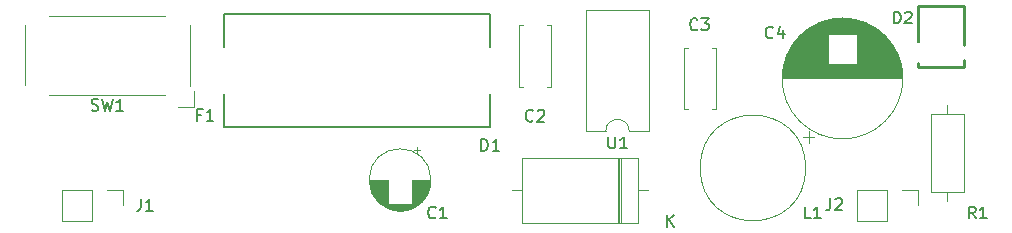
<source format=gto>
G04 #@! TF.GenerationSoftware,KiCad,Pcbnew,(5.1.5)-2*
G04 #@! TF.CreationDate,2020-02-21T18:19:01+01:00*
G04 #@! TF.ProjectId,DC,44432e6b-6963-4616-945f-706362585858,V1.0*
G04 #@! TF.SameCoordinates,PXe4e1c0PY2160ec0*
G04 #@! TF.FileFunction,Legend,Top*
G04 #@! TF.FilePolarity,Positive*
%FSLAX46Y46*%
G04 Gerber Fmt 4.6, Leading zero omitted, Abs format (unit mm)*
G04 Created by KiCad (PCBNEW (5.1.5)-2) date 2020-02-21 18:19:01*
%MOMM*%
%LPD*%
G04 APERTURE LIST*
%ADD10C,0.250000*%
%ADD11C,0.120000*%
%ADD12C,0.150000*%
%ADD13C,6.502000*%
%ADD14C,1.602000*%
%ADD15R,1.602000X1.602000*%
%ADD16O,1.702000X1.702000*%
%ADD17R,1.702000X1.702000*%
%ADD18C,1.802000*%
%ADD19C,2.102000*%
%ADD20C,1.702000*%
%ADD21C,2.702000*%
%ADD22O,1.802000X1.802000*%
%ADD23R,1.802000X1.802000*%
%ADD24C,2.802000*%
%ADD25C,3.102000*%
%ADD26O,3.302000X3.302000*%
%ADD27R,3.302000X3.302000*%
%ADD28R,2.102000X2.102000*%
G04 APERTURE END LIST*
D10*
X85983500Y14369500D02*
X85983500Y14669500D01*
X89883500Y14369500D02*
X89883500Y14969500D01*
X85983500Y16469500D02*
X85983500Y19469500D01*
X89883500Y19469500D02*
X89883500Y16169500D01*
X85983500Y14369500D02*
X89883500Y14369500D01*
X85983500Y19469500D02*
X89883500Y19469500D01*
D11*
X57915000Y8905000D02*
X59565000Y8905000D01*
X57915000Y19185000D02*
X57915000Y8905000D01*
X63215000Y19185000D02*
X57915000Y19185000D01*
X63215000Y8905000D02*
X63215000Y19185000D01*
X61565000Y8905000D02*
X63215000Y8905000D01*
X59565000Y8905000D02*
G75*
G02X61565000Y8905000I1000000J0D01*
G01*
X10385000Y12695000D02*
X10385000Y17895000D01*
X24385000Y17895000D02*
X24385000Y12695000D01*
X22335000Y11945000D02*
X12435000Y11945000D01*
X12435000Y18645000D02*
X22335000Y18645000D01*
X24685000Y12295000D02*
X24685000Y10995000D01*
X24685000Y10995000D02*
X23385000Y10995000D01*
X88505000Y11100000D02*
X88505000Y10330000D01*
X88505000Y3020000D02*
X88505000Y3790000D01*
X87135000Y10330000D02*
X87135000Y3790000D01*
X89875000Y10330000D02*
X87135000Y10330000D01*
X89875000Y3790000D02*
X89875000Y10330000D01*
X87135000Y3790000D02*
X89875000Y3790000D01*
X76505000Y5790000D02*
G75*
G03X76505000Y5790000I-4470000J0D01*
G01*
X86025000Y3945000D02*
X86025000Y2615000D01*
X84695000Y3945000D02*
X86025000Y3945000D01*
X83425000Y3945000D02*
X83425000Y1285000D01*
X83425000Y1285000D02*
X80825000Y1285000D01*
X83425000Y3945000D02*
X80825000Y3945000D01*
X80825000Y3945000D02*
X80825000Y1285000D01*
X18715000Y3945000D02*
X18715000Y2615000D01*
X17385000Y3945000D02*
X18715000Y3945000D01*
X16115000Y3945000D02*
X16115000Y1285000D01*
X16115000Y1285000D02*
X13515000Y1285000D01*
X16115000Y3945000D02*
X13515000Y3945000D01*
X13515000Y3945000D02*
X13515000Y1285000D01*
D12*
X49770000Y18845000D02*
X49770000Y16045000D01*
X49770000Y18845000D02*
X27270000Y18845000D01*
X49770000Y9245000D02*
X27270000Y9245000D01*
X49770000Y12045000D02*
X49770000Y9245000D01*
X27270000Y12045000D02*
X27270000Y9245000D01*
X27270000Y18845000D02*
X27270000Y16045000D01*
D11*
X60835000Y1165000D02*
X60835000Y6605000D01*
X60595000Y1165000D02*
X60595000Y6605000D01*
X60715000Y1165000D02*
X60715000Y6605000D01*
X51610000Y3885000D02*
X52520000Y3885000D01*
X63170000Y3885000D02*
X62260000Y3885000D01*
X52520000Y1165000D02*
X62260000Y1165000D01*
X52520000Y6605000D02*
X52520000Y1165000D01*
X62260000Y6605000D02*
X52520000Y6605000D01*
X62260000Y1165000D02*
X62260000Y6605000D01*
X76240000Y8390354D02*
X77240000Y8390354D01*
X76740000Y7890354D02*
X76740000Y8890354D01*
X79016000Y18451000D02*
X80214000Y18451000D01*
X78753000Y18411000D02*
X80477000Y18411000D01*
X78553000Y18371000D02*
X80677000Y18371000D01*
X78385000Y18331000D02*
X80845000Y18331000D01*
X78237000Y18291000D02*
X80993000Y18291000D01*
X78105000Y18251000D02*
X81125000Y18251000D01*
X77985000Y18211000D02*
X81245000Y18211000D01*
X77873000Y18171000D02*
X81357000Y18171000D01*
X77769000Y18131000D02*
X81461000Y18131000D01*
X77671000Y18091000D02*
X81559000Y18091000D01*
X77578000Y18051000D02*
X81652000Y18051000D01*
X77490000Y18011000D02*
X81740000Y18011000D01*
X77406000Y17971000D02*
X81824000Y17971000D01*
X77326000Y17931000D02*
X81904000Y17931000D01*
X77250000Y17891000D02*
X81980000Y17891000D01*
X77176000Y17851000D02*
X82054000Y17851000D01*
X77105000Y17811000D02*
X82125000Y17811000D01*
X77036000Y17771000D02*
X82194000Y17771000D01*
X76970000Y17731000D02*
X82260000Y17731000D01*
X76906000Y17691000D02*
X82324000Y17691000D01*
X76845000Y17651000D02*
X82385000Y17651000D01*
X76785000Y17611000D02*
X82445000Y17611000D01*
X76726000Y17571000D02*
X82504000Y17571000D01*
X76670000Y17531000D02*
X82560000Y17531000D01*
X76615000Y17491000D02*
X82615000Y17491000D01*
X76561000Y17451000D02*
X82669000Y17451000D01*
X76509000Y17411000D02*
X82721000Y17411000D01*
X76459000Y17371000D02*
X82771000Y17371000D01*
X76409000Y17331000D02*
X82821000Y17331000D01*
X76361000Y17291000D02*
X82869000Y17291000D01*
X76314000Y17251000D02*
X82916000Y17251000D01*
X76268000Y17211000D02*
X82962000Y17211000D01*
X76223000Y17171000D02*
X83007000Y17171000D01*
X76179000Y17131000D02*
X83051000Y17131000D01*
X80856000Y17091000D02*
X83093000Y17091000D01*
X76137000Y17091000D02*
X78374000Y17091000D01*
X80856000Y17051000D02*
X83135000Y17051000D01*
X76095000Y17051000D02*
X78374000Y17051000D01*
X80856000Y17011000D02*
X83176000Y17011000D01*
X76054000Y17011000D02*
X78374000Y17011000D01*
X80856000Y16971000D02*
X83216000Y16971000D01*
X76014000Y16971000D02*
X78374000Y16971000D01*
X80856000Y16931000D02*
X83255000Y16931000D01*
X75975000Y16931000D02*
X78374000Y16931000D01*
X80856000Y16891000D02*
X83294000Y16891000D01*
X75936000Y16891000D02*
X78374000Y16891000D01*
X80856000Y16851000D02*
X83331000Y16851000D01*
X75899000Y16851000D02*
X78374000Y16851000D01*
X80856000Y16811000D02*
X83368000Y16811000D01*
X75862000Y16811000D02*
X78374000Y16811000D01*
X80856000Y16771000D02*
X83404000Y16771000D01*
X75826000Y16771000D02*
X78374000Y16771000D01*
X80856000Y16731000D02*
X83439000Y16731000D01*
X75791000Y16731000D02*
X78374000Y16731000D01*
X80856000Y16691000D02*
X83473000Y16691000D01*
X75757000Y16691000D02*
X78374000Y16691000D01*
X80856000Y16651000D02*
X83507000Y16651000D01*
X75723000Y16651000D02*
X78374000Y16651000D01*
X80856000Y16611000D02*
X83540000Y16611000D01*
X75690000Y16611000D02*
X78374000Y16611000D01*
X80856000Y16571000D02*
X83572000Y16571000D01*
X75658000Y16571000D02*
X78374000Y16571000D01*
X80856000Y16531000D02*
X83604000Y16531000D01*
X75626000Y16531000D02*
X78374000Y16531000D01*
X80856000Y16491000D02*
X83635000Y16491000D01*
X75595000Y16491000D02*
X78374000Y16491000D01*
X80856000Y16451000D02*
X83665000Y16451000D01*
X75565000Y16451000D02*
X78374000Y16451000D01*
X80856000Y16411000D02*
X83695000Y16411000D01*
X75535000Y16411000D02*
X78374000Y16411000D01*
X80856000Y16371000D02*
X83725000Y16371000D01*
X75505000Y16371000D02*
X78374000Y16371000D01*
X80856000Y16331000D02*
X83753000Y16331000D01*
X75477000Y16331000D02*
X78374000Y16331000D01*
X80856000Y16291000D02*
X83781000Y16291000D01*
X75449000Y16291000D02*
X78374000Y16291000D01*
X80856000Y16251000D02*
X83809000Y16251000D01*
X75421000Y16251000D02*
X78374000Y16251000D01*
X80856000Y16211000D02*
X83836000Y16211000D01*
X75394000Y16211000D02*
X78374000Y16211000D01*
X80856000Y16171000D02*
X83862000Y16171000D01*
X75368000Y16171000D02*
X78374000Y16171000D01*
X80856000Y16131000D02*
X83888000Y16131000D01*
X75342000Y16131000D02*
X78374000Y16131000D01*
X80856000Y16091000D02*
X83913000Y16091000D01*
X75317000Y16091000D02*
X78374000Y16091000D01*
X80856000Y16051000D02*
X83938000Y16051000D01*
X75292000Y16051000D02*
X78374000Y16051000D01*
X80856000Y16011000D02*
X83962000Y16011000D01*
X75268000Y16011000D02*
X78374000Y16011000D01*
X80856000Y15971000D02*
X83986000Y15971000D01*
X75244000Y15971000D02*
X78374000Y15971000D01*
X80856000Y15931000D02*
X84010000Y15931000D01*
X75220000Y15931000D02*
X78374000Y15931000D01*
X80856000Y15891000D02*
X84032000Y15891000D01*
X75198000Y15891000D02*
X78374000Y15891000D01*
X80856000Y15851000D02*
X84055000Y15851000D01*
X75175000Y15851000D02*
X78374000Y15851000D01*
X80856000Y15811000D02*
X84077000Y15811000D01*
X75153000Y15811000D02*
X78374000Y15811000D01*
X80856000Y15771000D02*
X84098000Y15771000D01*
X75132000Y15771000D02*
X78374000Y15771000D01*
X80856000Y15731000D02*
X84119000Y15731000D01*
X75111000Y15731000D02*
X78374000Y15731000D01*
X80856000Y15691000D02*
X84140000Y15691000D01*
X75090000Y15691000D02*
X78374000Y15691000D01*
X80856000Y15651000D02*
X84160000Y15651000D01*
X75070000Y15651000D02*
X78374000Y15651000D01*
X80856000Y15611000D02*
X84179000Y15611000D01*
X75051000Y15611000D02*
X78374000Y15611000D01*
X80856000Y15571000D02*
X84199000Y15571000D01*
X75031000Y15571000D02*
X78374000Y15571000D01*
X80856000Y15531000D02*
X84218000Y15531000D01*
X75012000Y15531000D02*
X78374000Y15531000D01*
X80856000Y15491000D02*
X84236000Y15491000D01*
X74994000Y15491000D02*
X78374000Y15491000D01*
X80856000Y15451000D02*
X84254000Y15451000D01*
X74976000Y15451000D02*
X78374000Y15451000D01*
X80856000Y15411000D02*
X84272000Y15411000D01*
X74958000Y15411000D02*
X78374000Y15411000D01*
X80856000Y15371000D02*
X84289000Y15371000D01*
X74941000Y15371000D02*
X78374000Y15371000D01*
X80856000Y15331000D02*
X84305000Y15331000D01*
X74925000Y15331000D02*
X78374000Y15331000D01*
X80856000Y15291000D02*
X84322000Y15291000D01*
X74908000Y15291000D02*
X78374000Y15291000D01*
X80856000Y15251000D02*
X84338000Y15251000D01*
X74892000Y15251000D02*
X78374000Y15251000D01*
X80856000Y15211000D02*
X84353000Y15211000D01*
X74877000Y15211000D02*
X78374000Y15211000D01*
X80856000Y15171000D02*
X84369000Y15171000D01*
X74861000Y15171000D02*
X78374000Y15171000D01*
X80856000Y15131000D02*
X84383000Y15131000D01*
X74847000Y15131000D02*
X78374000Y15131000D01*
X80856000Y15091000D02*
X84398000Y15091000D01*
X74832000Y15091000D02*
X78374000Y15091000D01*
X80856000Y15051000D02*
X84412000Y15051000D01*
X74818000Y15051000D02*
X78374000Y15051000D01*
X80856000Y15011000D02*
X84426000Y15011000D01*
X74804000Y15011000D02*
X78374000Y15011000D01*
X80856000Y14971000D02*
X84439000Y14971000D01*
X74791000Y14971000D02*
X78374000Y14971000D01*
X80856000Y14931000D02*
X84452000Y14931000D01*
X74778000Y14931000D02*
X78374000Y14931000D01*
X80856000Y14891000D02*
X84465000Y14891000D01*
X74765000Y14891000D02*
X78374000Y14891000D01*
X80856000Y14851000D02*
X84477000Y14851000D01*
X74753000Y14851000D02*
X78374000Y14851000D01*
X80856000Y14811000D02*
X84489000Y14811000D01*
X74741000Y14811000D02*
X78374000Y14811000D01*
X80856000Y14771000D02*
X84500000Y14771000D01*
X74730000Y14771000D02*
X78374000Y14771000D01*
X80856000Y14731000D02*
X84512000Y14731000D01*
X74718000Y14731000D02*
X78374000Y14731000D01*
X80856000Y14691000D02*
X84522000Y14691000D01*
X74708000Y14691000D02*
X78374000Y14691000D01*
X80856000Y14651000D02*
X84533000Y14651000D01*
X74697000Y14651000D02*
X78374000Y14651000D01*
X74687000Y14611000D02*
X84543000Y14611000D01*
X74677000Y14571000D02*
X84553000Y14571000D01*
X74668000Y14531000D02*
X84562000Y14531000D01*
X74659000Y14491000D02*
X84571000Y14491000D01*
X74650000Y14451000D02*
X84580000Y14451000D01*
X74641000Y14411000D02*
X84589000Y14411000D01*
X74633000Y14371000D02*
X84597000Y14371000D01*
X74625000Y14331000D02*
X84605000Y14331000D01*
X74618000Y14291000D02*
X84612000Y14291000D01*
X74611000Y14251000D02*
X84619000Y14251000D01*
X74604000Y14211000D02*
X84626000Y14211000D01*
X74597000Y14171000D02*
X84633000Y14171000D01*
X74591000Y14131000D02*
X84639000Y14131000D01*
X74585000Y14091000D02*
X84645000Y14091000D01*
X74580000Y14050000D02*
X84650000Y14050000D01*
X74575000Y14010000D02*
X84655000Y14010000D01*
X74570000Y13970000D02*
X84660000Y13970000D01*
X74565000Y13930000D02*
X84665000Y13930000D01*
X74561000Y13890000D02*
X84669000Y13890000D01*
X74557000Y13850000D02*
X84673000Y13850000D01*
X74553000Y13810000D02*
X84677000Y13810000D01*
X74550000Y13770000D02*
X84680000Y13770000D01*
X74547000Y13730000D02*
X84683000Y13730000D01*
X74545000Y13690000D02*
X84685000Y13690000D01*
X74542000Y13650000D02*
X84688000Y13650000D01*
X74540000Y13610000D02*
X84690000Y13610000D01*
X74538000Y13570000D02*
X84692000Y13570000D01*
X74537000Y13530000D02*
X84693000Y13530000D01*
X74536000Y13490000D02*
X84694000Y13490000D01*
X74535000Y13450000D02*
X84695000Y13450000D01*
X74535000Y13410000D02*
X84695000Y13410000D01*
X74535000Y13370000D02*
X84695000Y13370000D01*
X84735000Y13370000D02*
G75*
G03X84735000Y13370000I-5120000J0D01*
G01*
X66495000Y10750000D02*
X66180000Y10750000D01*
X68920000Y10750000D02*
X68605000Y10750000D01*
X66495000Y15990000D02*
X66180000Y15990000D01*
X68920000Y15990000D02*
X68605000Y15990000D01*
X66180000Y15990000D02*
X66180000Y10750000D01*
X68920000Y15990000D02*
X68920000Y10750000D01*
X54635000Y17895000D02*
X54950000Y17895000D01*
X52210000Y17895000D02*
X52525000Y17895000D01*
X54635000Y12655000D02*
X54950000Y12655000D01*
X52210000Y12655000D02*
X52525000Y12655000D01*
X54950000Y12655000D02*
X54950000Y17895000D01*
X52210000Y12655000D02*
X52210000Y17895000D01*
X43875000Y7344775D02*
X43375000Y7344775D01*
X43625000Y7594775D02*
X43625000Y7094775D01*
X42434000Y2189000D02*
X41866000Y2189000D01*
X42668000Y2229000D02*
X41632000Y2229000D01*
X42827000Y2269000D02*
X41473000Y2269000D01*
X42955000Y2309000D02*
X41345000Y2309000D01*
X43065000Y2349000D02*
X41235000Y2349000D01*
X43161000Y2389000D02*
X41139000Y2389000D01*
X43248000Y2429000D02*
X41052000Y2429000D01*
X43328000Y2469000D02*
X40972000Y2469000D01*
X43401000Y2509000D02*
X40899000Y2509000D01*
X43469000Y2549000D02*
X40831000Y2549000D01*
X43533000Y2589000D02*
X40767000Y2589000D01*
X43593000Y2629000D02*
X40707000Y2629000D01*
X43650000Y2669000D02*
X40650000Y2669000D01*
X43704000Y2709000D02*
X40596000Y2709000D01*
X43755000Y2749000D02*
X40545000Y2749000D01*
X41110000Y2789000D02*
X40497000Y2789000D01*
X43803000Y2789000D02*
X43190000Y2789000D01*
X41110000Y2829000D02*
X40451000Y2829000D01*
X43849000Y2829000D02*
X43190000Y2829000D01*
X41110000Y2869000D02*
X40407000Y2869000D01*
X43893000Y2869000D02*
X43190000Y2869000D01*
X41110000Y2909000D02*
X40365000Y2909000D01*
X43935000Y2909000D02*
X43190000Y2909000D01*
X41110000Y2949000D02*
X40324000Y2949000D01*
X43976000Y2949000D02*
X43190000Y2949000D01*
X41110000Y2989000D02*
X40286000Y2989000D01*
X44014000Y2989000D02*
X43190000Y2989000D01*
X41110000Y3029000D02*
X40249000Y3029000D01*
X44051000Y3029000D02*
X43190000Y3029000D01*
X41110000Y3069000D02*
X40213000Y3069000D01*
X44087000Y3069000D02*
X43190000Y3069000D01*
X41110000Y3109000D02*
X40179000Y3109000D01*
X44121000Y3109000D02*
X43190000Y3109000D01*
X41110000Y3149000D02*
X40146000Y3149000D01*
X44154000Y3149000D02*
X43190000Y3149000D01*
X41110000Y3189000D02*
X40115000Y3189000D01*
X44185000Y3189000D02*
X43190000Y3189000D01*
X41110000Y3229000D02*
X40085000Y3229000D01*
X44215000Y3229000D02*
X43190000Y3229000D01*
X41110000Y3269000D02*
X40055000Y3269000D01*
X44245000Y3269000D02*
X43190000Y3269000D01*
X41110000Y3309000D02*
X40028000Y3309000D01*
X44272000Y3309000D02*
X43190000Y3309000D01*
X41110000Y3349000D02*
X40001000Y3349000D01*
X44299000Y3349000D02*
X43190000Y3349000D01*
X41110000Y3389000D02*
X39975000Y3389000D01*
X44325000Y3389000D02*
X43190000Y3389000D01*
X41110000Y3429000D02*
X39950000Y3429000D01*
X44350000Y3429000D02*
X43190000Y3429000D01*
X41110000Y3469000D02*
X39926000Y3469000D01*
X44374000Y3469000D02*
X43190000Y3469000D01*
X41110000Y3509000D02*
X39903000Y3509000D01*
X44397000Y3509000D02*
X43190000Y3509000D01*
X41110000Y3549000D02*
X39882000Y3549000D01*
X44418000Y3549000D02*
X43190000Y3549000D01*
X41110000Y3589000D02*
X39860000Y3589000D01*
X44440000Y3589000D02*
X43190000Y3589000D01*
X41110000Y3629000D02*
X39840000Y3629000D01*
X44460000Y3629000D02*
X43190000Y3629000D01*
X41110000Y3669000D02*
X39821000Y3669000D01*
X44479000Y3669000D02*
X43190000Y3669000D01*
X41110000Y3709000D02*
X39802000Y3709000D01*
X44498000Y3709000D02*
X43190000Y3709000D01*
X41110000Y3749000D02*
X39785000Y3749000D01*
X44515000Y3749000D02*
X43190000Y3749000D01*
X41110000Y3789000D02*
X39768000Y3789000D01*
X44532000Y3789000D02*
X43190000Y3789000D01*
X41110000Y3829000D02*
X39752000Y3829000D01*
X44548000Y3829000D02*
X43190000Y3829000D01*
X41110000Y3869000D02*
X39736000Y3869000D01*
X44564000Y3869000D02*
X43190000Y3869000D01*
X41110000Y3909000D02*
X39722000Y3909000D01*
X44578000Y3909000D02*
X43190000Y3909000D01*
X41110000Y3949000D02*
X39708000Y3949000D01*
X44592000Y3949000D02*
X43190000Y3949000D01*
X41110000Y3989000D02*
X39695000Y3989000D01*
X44605000Y3989000D02*
X43190000Y3989000D01*
X41110000Y4029000D02*
X39682000Y4029000D01*
X44618000Y4029000D02*
X43190000Y4029000D01*
X41110000Y4069000D02*
X39670000Y4069000D01*
X44630000Y4069000D02*
X43190000Y4069000D01*
X41110000Y4110000D02*
X39659000Y4110000D01*
X44641000Y4110000D02*
X43190000Y4110000D01*
X41110000Y4150000D02*
X39649000Y4150000D01*
X44651000Y4150000D02*
X43190000Y4150000D01*
X41110000Y4190000D02*
X39639000Y4190000D01*
X44661000Y4190000D02*
X43190000Y4190000D01*
X41110000Y4230000D02*
X39630000Y4230000D01*
X44670000Y4230000D02*
X43190000Y4230000D01*
X41110000Y4270000D02*
X39622000Y4270000D01*
X44678000Y4270000D02*
X43190000Y4270000D01*
X41110000Y4310000D02*
X39614000Y4310000D01*
X44686000Y4310000D02*
X43190000Y4310000D01*
X41110000Y4350000D02*
X39607000Y4350000D01*
X44693000Y4350000D02*
X43190000Y4350000D01*
X41110000Y4390000D02*
X39600000Y4390000D01*
X44700000Y4390000D02*
X43190000Y4390000D01*
X41110000Y4430000D02*
X39594000Y4430000D01*
X44706000Y4430000D02*
X43190000Y4430000D01*
X41110000Y4470000D02*
X39589000Y4470000D01*
X44711000Y4470000D02*
X43190000Y4470000D01*
X41110000Y4510000D02*
X39585000Y4510000D01*
X44715000Y4510000D02*
X43190000Y4510000D01*
X41110000Y4550000D02*
X39581000Y4550000D01*
X44719000Y4550000D02*
X43190000Y4550000D01*
X41110000Y4590000D02*
X39577000Y4590000D01*
X44723000Y4590000D02*
X43190000Y4590000D01*
X41110000Y4630000D02*
X39574000Y4630000D01*
X44726000Y4630000D02*
X43190000Y4630000D01*
X41110000Y4670000D02*
X39572000Y4670000D01*
X44728000Y4670000D02*
X43190000Y4670000D01*
X41110000Y4710000D02*
X39571000Y4710000D01*
X44729000Y4710000D02*
X43190000Y4710000D01*
X44730000Y4750000D02*
X43190000Y4750000D01*
X41110000Y4750000D02*
X39570000Y4750000D01*
X44730000Y4790000D02*
X43190000Y4790000D01*
X41110000Y4790000D02*
X39570000Y4790000D01*
X44770000Y4790000D02*
G75*
G03X44770000Y4790000I-2620000J0D01*
G01*
D12*
X83956904Y18037620D02*
X83956904Y19037620D01*
X84195000Y19037620D01*
X84337857Y18990000D01*
X84433095Y18894762D01*
X84480714Y18799524D01*
X84528333Y18609048D01*
X84528333Y18466191D01*
X84480714Y18275715D01*
X84433095Y18180477D01*
X84337857Y18085239D01*
X84195000Y18037620D01*
X83956904Y18037620D01*
X84909285Y18942381D02*
X84956904Y18990000D01*
X85052142Y19037620D01*
X85290238Y19037620D01*
X85385476Y18990000D01*
X85433095Y18942381D01*
X85480714Y18847143D01*
X85480714Y18751905D01*
X85433095Y18609048D01*
X84861666Y18037620D01*
X85480714Y18037620D01*
X59803095Y8452620D02*
X59803095Y7643096D01*
X59850714Y7547858D01*
X59898333Y7500239D01*
X59993571Y7452620D01*
X60184047Y7452620D01*
X60279285Y7500239D01*
X60326904Y7547858D01*
X60374523Y7643096D01*
X60374523Y8452620D01*
X61374523Y7452620D02*
X60803095Y7452620D01*
X61088809Y7452620D02*
X61088809Y8452620D01*
X60993571Y8309762D01*
X60898333Y8214524D01*
X60803095Y8166905D01*
X16051666Y10690239D02*
X16194523Y10642620D01*
X16432619Y10642620D01*
X16527857Y10690239D01*
X16575476Y10737858D01*
X16623095Y10833096D01*
X16623095Y10928334D01*
X16575476Y11023572D01*
X16527857Y11071191D01*
X16432619Y11118810D01*
X16242142Y11166429D01*
X16146904Y11214048D01*
X16099285Y11261667D01*
X16051666Y11356905D01*
X16051666Y11452143D01*
X16099285Y11547381D01*
X16146904Y11595000D01*
X16242142Y11642620D01*
X16480238Y11642620D01*
X16623095Y11595000D01*
X16956428Y11642620D02*
X17194523Y10642620D01*
X17385000Y11356905D01*
X17575476Y10642620D01*
X17813571Y11642620D01*
X18718333Y10642620D02*
X18146904Y10642620D01*
X18432619Y10642620D02*
X18432619Y11642620D01*
X18337380Y11499762D01*
X18242142Y11404524D01*
X18146904Y11356905D01*
X90878333Y1527620D02*
X90545000Y2003810D01*
X90306904Y1527620D02*
X90306904Y2527620D01*
X90687857Y2527620D01*
X90783095Y2480000D01*
X90830714Y2432381D01*
X90878333Y2337143D01*
X90878333Y2194286D01*
X90830714Y2099048D01*
X90783095Y2051429D01*
X90687857Y2003810D01*
X90306904Y2003810D01*
X91830714Y1527620D02*
X91259285Y1527620D01*
X91545000Y1527620D02*
X91545000Y2527620D01*
X91449761Y2384762D01*
X91354523Y2289524D01*
X91259285Y2241905D01*
X76908333Y1527620D02*
X76432142Y1527620D01*
X76432142Y2527620D01*
X77765476Y1527620D02*
X77194047Y1527620D01*
X77479761Y1527620D02*
X77479761Y2527620D01*
X77384523Y2384762D01*
X77289285Y2289524D01*
X77194047Y2241905D01*
X78583166Y3226120D02*
X78583166Y2511834D01*
X78535547Y2368977D01*
X78440309Y2273739D01*
X78297452Y2226120D01*
X78202214Y2226120D01*
X79011738Y3130881D02*
X79059357Y3178500D01*
X79154595Y3226120D01*
X79392690Y3226120D01*
X79487928Y3178500D01*
X79535547Y3130881D01*
X79583166Y3035643D01*
X79583166Y2940405D01*
X79535547Y2797548D01*
X78964119Y2226120D01*
X79583166Y2226120D01*
X20226666Y3162620D02*
X20226666Y2448334D01*
X20179047Y2305477D01*
X20083809Y2210239D01*
X19940952Y2162620D01*
X19845714Y2162620D01*
X21226666Y2162620D02*
X20655238Y2162620D01*
X20940952Y2162620D02*
X20940952Y3162620D01*
X20845714Y3019762D01*
X20750476Y2924524D01*
X20655238Y2876905D01*
X25306666Y10306429D02*
X24973333Y10306429D01*
X24973333Y9782620D02*
X24973333Y10782620D01*
X25449523Y10782620D01*
X26354285Y9782620D02*
X25782857Y9782620D01*
X26068571Y9782620D02*
X26068571Y10782620D01*
X25973333Y10639762D01*
X25878095Y10544524D01*
X25782857Y10496905D01*
X49031904Y7242620D02*
X49031904Y8242620D01*
X49270000Y8242620D01*
X49412857Y8195000D01*
X49508095Y8099762D01*
X49555714Y8004524D01*
X49603333Y7814048D01*
X49603333Y7671191D01*
X49555714Y7480715D01*
X49508095Y7385477D01*
X49412857Y7290239D01*
X49270000Y7242620D01*
X49031904Y7242620D01*
X50555714Y7242620D02*
X49984285Y7242620D01*
X50270000Y7242620D02*
X50270000Y8242620D01*
X50174761Y8099762D01*
X50079523Y8004524D01*
X49984285Y7956905D01*
X64748095Y832620D02*
X64748095Y1832620D01*
X65319523Y832620D02*
X64890952Y1404048D01*
X65319523Y1832620D02*
X64748095Y1261191D01*
X73733333Y16862858D02*
X73685714Y16815239D01*
X73542857Y16767620D01*
X73447619Y16767620D01*
X73304761Y16815239D01*
X73209523Y16910477D01*
X73161904Y17005715D01*
X73114285Y17196191D01*
X73114285Y17339048D01*
X73161904Y17529524D01*
X73209523Y17624762D01*
X73304761Y17720000D01*
X73447619Y17767620D01*
X73542857Y17767620D01*
X73685714Y17720000D01*
X73733333Y17672381D01*
X74590476Y17434286D02*
X74590476Y16767620D01*
X74352380Y17815239D02*
X74114285Y17100953D01*
X74733333Y17100953D01*
X67319833Y17544858D02*
X67272214Y17497239D01*
X67129357Y17449620D01*
X67034119Y17449620D01*
X66891261Y17497239D01*
X66796023Y17592477D01*
X66748404Y17687715D01*
X66700785Y17878191D01*
X66700785Y18021048D01*
X66748404Y18211524D01*
X66796023Y18306762D01*
X66891261Y18402000D01*
X67034119Y18449620D01*
X67129357Y18449620D01*
X67272214Y18402000D01*
X67319833Y18354381D01*
X67653166Y18449620D02*
X68272214Y18449620D01*
X67938880Y18068667D01*
X68081738Y18068667D01*
X68176976Y18021048D01*
X68224595Y17973429D01*
X68272214Y17878191D01*
X68272214Y17640096D01*
X68224595Y17544858D01*
X68176976Y17497239D01*
X68081738Y17449620D01*
X67796023Y17449620D01*
X67700785Y17497239D01*
X67653166Y17544858D01*
X53413333Y9814358D02*
X53365714Y9766739D01*
X53222857Y9719120D01*
X53127619Y9719120D01*
X52984761Y9766739D01*
X52889523Y9861977D01*
X52841904Y9957215D01*
X52794285Y10147691D01*
X52794285Y10290548D01*
X52841904Y10481024D01*
X52889523Y10576262D01*
X52984761Y10671500D01*
X53127619Y10719120D01*
X53222857Y10719120D01*
X53365714Y10671500D01*
X53413333Y10623881D01*
X53794285Y10623881D02*
X53841904Y10671500D01*
X53937142Y10719120D01*
X54175238Y10719120D01*
X54270476Y10671500D01*
X54318095Y10623881D01*
X54365714Y10528643D01*
X54365714Y10433405D01*
X54318095Y10290548D01*
X53746666Y9719120D01*
X54365714Y9719120D01*
X45158333Y1622858D02*
X45110714Y1575239D01*
X44967857Y1527620D01*
X44872619Y1527620D01*
X44729761Y1575239D01*
X44634523Y1670477D01*
X44586904Y1765715D01*
X44539285Y1956191D01*
X44539285Y2099048D01*
X44586904Y2289524D01*
X44634523Y2384762D01*
X44729761Y2480000D01*
X44872619Y2527620D01*
X44967857Y2527620D01*
X45110714Y2480000D01*
X45158333Y2432381D01*
X46110714Y1527620D02*
X45539285Y1527620D01*
X45825000Y1527620D02*
X45825000Y2527620D01*
X45729761Y2384762D01*
X45634523Y2289524D01*
X45539285Y2241905D01*
%LPC*%
D13*
X95000000Y5000000D03*
X5000000Y5000000D03*
D14*
X89183500Y15569500D03*
D15*
X86683500Y15569500D03*
D16*
X56755000Y10235000D03*
X64375000Y17855000D03*
X56755000Y12775000D03*
X64375000Y15315000D03*
X56755000Y15315000D03*
X64375000Y12775000D03*
X56755000Y17855000D03*
D17*
X64375000Y10235000D03*
D18*
X13385000Y14045000D03*
X17385000Y14045000D03*
X21385000Y14045000D03*
D19*
X23385000Y18295000D03*
X11385000Y18295000D03*
X11385000Y12295000D03*
X23385000Y12295000D03*
D16*
X88505000Y12140000D03*
D20*
X88505000Y1980000D03*
D21*
X74535000Y5790000D03*
X69535000Y5790000D03*
D22*
X82155000Y2615000D03*
D23*
X84695000Y2615000D03*
D22*
X14845000Y2615000D03*
D23*
X17385000Y2615000D03*
D24*
X38520000Y14045000D03*
D25*
X27270000Y14045000D03*
X49770000Y14045000D03*
D26*
X49770000Y3885000D03*
D27*
X65010000Y3885000D03*
D19*
X79615000Y15870000D03*
D28*
X79615000Y10870000D03*
D20*
X67550000Y10870000D03*
X67550000Y15870000D03*
X53580000Y17775000D03*
X53580000Y12775000D03*
X42150000Y3790000D03*
D17*
X42150000Y5790000D03*
M02*

</source>
